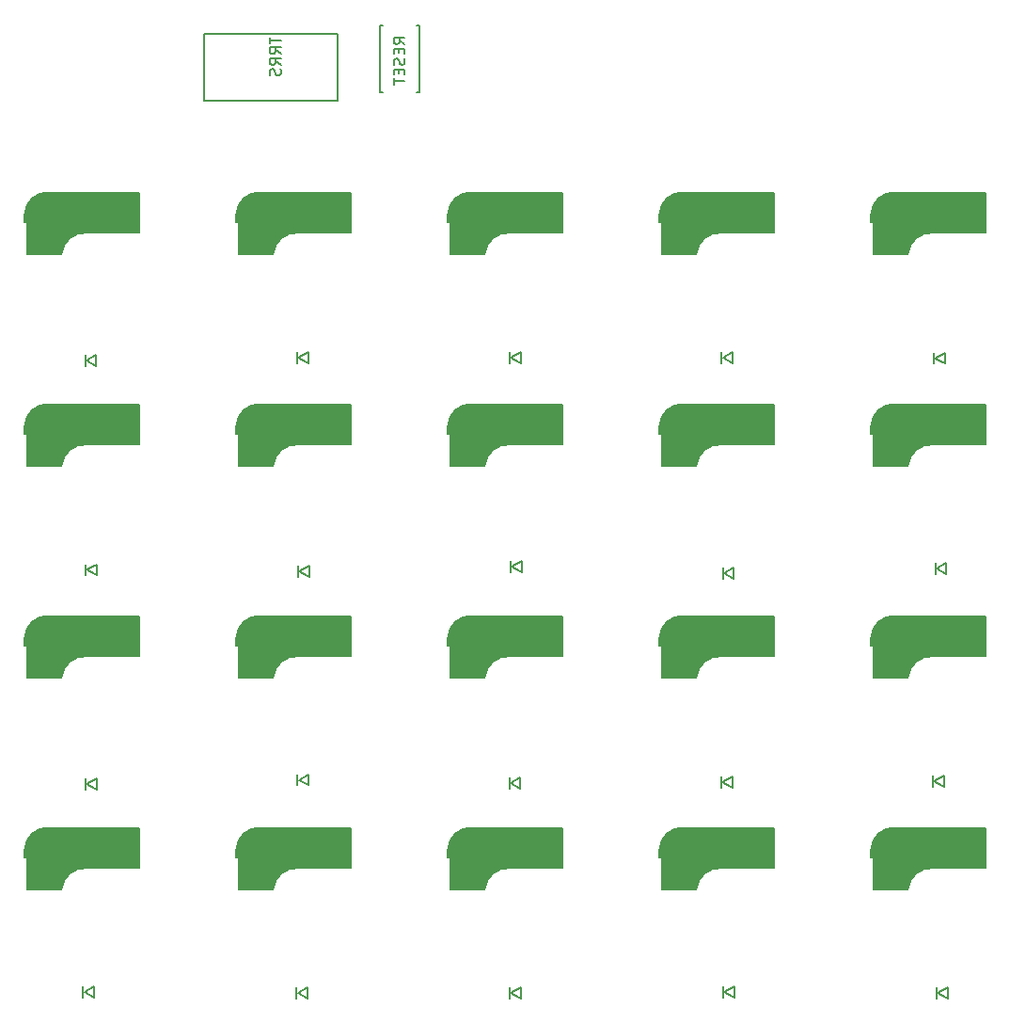
<source format=gbo>
%TF.GenerationSoftware,KiCad,Pcbnew,7.0.1-0*%
%TF.CreationDate,2023-08-16T18:46:33+09:00*%
%TF.ProjectId,jisaku20,6a697361-6b75-4323-902e-6b696361645f,rev?*%
%TF.SameCoordinates,Original*%
%TF.FileFunction,Legend,Bot*%
%TF.FilePolarity,Positive*%
%FSLAX46Y46*%
G04 Gerber Fmt 4.6, Leading zero omitted, Abs format (unit mm)*
G04 Created by KiCad (PCBNEW 7.0.1-0) date 2023-08-16 18:46:33*
%MOMM*%
%LPD*%
G01*
G04 APERTURE LIST*
%ADD10C,0.150000*%
%ADD11C,0.300000*%
%ADD12C,0.500000*%
%ADD13C,0.800000*%
%ADD14C,3.000000*%
%ADD15C,3.500000*%
%ADD16C,1.000000*%
%ADD17C,0.400000*%
G04 APERTURE END LIST*
D10*
%TO.C,J1*%
X16136119Y20556404D02*
X16136119Y19984976D01*
X17136119Y20270690D02*
X16136119Y20270690D01*
X17136119Y19080214D02*
X16659928Y19413547D01*
X17136119Y19651642D02*
X16136119Y19651642D01*
X16136119Y19651642D02*
X16136119Y19270690D01*
X16136119Y19270690D02*
X16183738Y19175452D01*
X16183738Y19175452D02*
X16231357Y19127833D01*
X16231357Y19127833D02*
X16326595Y19080214D01*
X16326595Y19080214D02*
X16469452Y19080214D01*
X16469452Y19080214D02*
X16564690Y19127833D01*
X16564690Y19127833D02*
X16612309Y19175452D01*
X16612309Y19175452D02*
X16659928Y19270690D01*
X16659928Y19270690D02*
X16659928Y19651642D01*
X17136119Y18080214D02*
X16659928Y18413547D01*
X17136119Y18651642D02*
X16136119Y18651642D01*
X16136119Y18651642D02*
X16136119Y18270690D01*
X16136119Y18270690D02*
X16183738Y18175452D01*
X16183738Y18175452D02*
X16231357Y18127833D01*
X16231357Y18127833D02*
X16326595Y18080214D01*
X16326595Y18080214D02*
X16469452Y18080214D01*
X16469452Y18080214D02*
X16564690Y18127833D01*
X16564690Y18127833D02*
X16612309Y18175452D01*
X16612309Y18175452D02*
X16659928Y18270690D01*
X16659928Y18270690D02*
X16659928Y18651642D01*
X17088500Y17699261D02*
X17136119Y17556404D01*
X17136119Y17556404D02*
X17136119Y17318309D01*
X17136119Y17318309D02*
X17088500Y17223071D01*
X17088500Y17223071D02*
X17040880Y17175452D01*
X17040880Y17175452D02*
X16945642Y17127833D01*
X16945642Y17127833D02*
X16850404Y17127833D01*
X16850404Y17127833D02*
X16755166Y17175452D01*
X16755166Y17175452D02*
X16707547Y17223071D01*
X16707547Y17223071D02*
X16659928Y17318309D01*
X16659928Y17318309D02*
X16612309Y17508785D01*
X16612309Y17508785D02*
X16564690Y17604023D01*
X16564690Y17604023D02*
X16517071Y17651642D01*
X16517071Y17651642D02*
X16421833Y17699261D01*
X16421833Y17699261D02*
X16326595Y17699261D01*
X16326595Y17699261D02*
X16231357Y17651642D01*
X16231357Y17651642D02*
X16183738Y17604023D01*
X16183738Y17604023D02*
X16136119Y17508785D01*
X16136119Y17508785D02*
X16136119Y17270690D01*
X16136119Y17270690D02*
X16183738Y17127833D01*
%TO.C,SW21*%
X28292619Y19955381D02*
X27816428Y20288714D01*
X28292619Y20526809D02*
X27292619Y20526809D01*
X27292619Y20526809D02*
X27292619Y20145857D01*
X27292619Y20145857D02*
X27340238Y20050619D01*
X27340238Y20050619D02*
X27387857Y20003000D01*
X27387857Y20003000D02*
X27483095Y19955381D01*
X27483095Y19955381D02*
X27625952Y19955381D01*
X27625952Y19955381D02*
X27721190Y20003000D01*
X27721190Y20003000D02*
X27768809Y20050619D01*
X27768809Y20050619D02*
X27816428Y20145857D01*
X27816428Y20145857D02*
X27816428Y20526809D01*
X27768809Y19526809D02*
X27768809Y19193476D01*
X28292619Y19050619D02*
X28292619Y19526809D01*
X28292619Y19526809D02*
X27292619Y19526809D01*
X27292619Y19526809D02*
X27292619Y19050619D01*
X28245000Y18669666D02*
X28292619Y18526809D01*
X28292619Y18526809D02*
X28292619Y18288714D01*
X28292619Y18288714D02*
X28245000Y18193476D01*
X28245000Y18193476D02*
X28197380Y18145857D01*
X28197380Y18145857D02*
X28102142Y18098238D01*
X28102142Y18098238D02*
X28006904Y18098238D01*
X28006904Y18098238D02*
X27911666Y18145857D01*
X27911666Y18145857D02*
X27864047Y18193476D01*
X27864047Y18193476D02*
X27816428Y18288714D01*
X27816428Y18288714D02*
X27768809Y18479190D01*
X27768809Y18479190D02*
X27721190Y18574428D01*
X27721190Y18574428D02*
X27673571Y18622047D01*
X27673571Y18622047D02*
X27578333Y18669666D01*
X27578333Y18669666D02*
X27483095Y18669666D01*
X27483095Y18669666D02*
X27387857Y18622047D01*
X27387857Y18622047D02*
X27340238Y18574428D01*
X27340238Y18574428D02*
X27292619Y18479190D01*
X27292619Y18479190D02*
X27292619Y18241095D01*
X27292619Y18241095D02*
X27340238Y18098238D01*
X27768809Y17669666D02*
X27768809Y17336333D01*
X28292619Y17193476D02*
X28292619Y17669666D01*
X28292619Y17669666D02*
X27292619Y17669666D01*
X27292619Y17669666D02*
X27292619Y17193476D01*
X27292619Y16907761D02*
X27292619Y16336333D01*
X28292619Y16622047D02*
X27292619Y16622047D01*
%TO.C,J1*%
X10260000Y14870000D02*
X10260000Y20870000D01*
X22260000Y14870000D02*
X10260000Y14870000D01*
X10260000Y20870000D02*
X22260000Y20870000D01*
X22260000Y20870000D02*
X22260000Y14870000D01*
%TO.C,SW15*%
X70300000Y-33400000D02*
X70300000Y-34150000D01*
X70300000Y-34150000D02*
X70500000Y-34150000D01*
D11*
X70400000Y-34050000D02*
X70400000Y-33400000D01*
D10*
X70550000Y-32550000D02*
X70550000Y-37000000D01*
X70550000Y-37000000D02*
X73580000Y-37000000D01*
D12*
X70750000Y-36800000D02*
X73200000Y-36800000D01*
D13*
X70900000Y-36500000D02*
X70900000Y-34700001D01*
D14*
X72030000Y-33000000D02*
X72030000Y-35240000D01*
D10*
X75800000Y-35100000D02*
X80600000Y-35100000D01*
D15*
X78800000Y-33300000D02*
X72100000Y-33300000D01*
D16*
X80100000Y-32100000D02*
X80100000Y-34600000D01*
D12*
X80400000Y-34850000D02*
X79100000Y-34800000D01*
D17*
X80450000Y-31700000D02*
X79200000Y-31700000D01*
D10*
X80580000Y-34100000D02*
X80580000Y-31850000D01*
X80600000Y-31500000D02*
X72399999Y-31500000D01*
X80600000Y-35100000D02*
X80600000Y-31500000D01*
X72399999Y-31499999D02*
G75*
G03*
X70300000Y-33400001I-100000J-1999999D01*
G01*
D16*
X75400000Y-34700000D02*
G75*
G03*
X73183682Y-36578529I-65001J-2169999D01*
G01*
D10*
X75800000Y-35100000D02*
G75*
G03*
X73583682Y-36978529I-65001J-2169999D01*
G01*
%TO.C,SW1*%
X-5900000Y4700000D02*
X-5900000Y3950000D01*
X-5900000Y3950000D02*
X-5700000Y3950000D01*
D11*
X-5800000Y4050000D02*
X-5800000Y4700000D01*
D10*
X-5650000Y5550000D02*
X-5650000Y1100000D01*
X-5650000Y1100000D02*
X-2620000Y1100000D01*
D12*
X-5450000Y1300000D02*
X-3000000Y1300000D01*
D13*
X-5300000Y1600000D02*
X-5300000Y3399999D01*
D14*
X-4170000Y5100000D02*
X-4170000Y2860000D01*
D10*
X-400000Y3000000D02*
X4400000Y3000000D01*
D15*
X2600000Y4800000D02*
X-4100000Y4800000D01*
D16*
X3900000Y6000000D02*
X3900000Y3500000D01*
D12*
X4200000Y3250000D02*
X2900000Y3300000D01*
D17*
X4250000Y6400000D02*
X3000000Y6400000D01*
D10*
X4380000Y4000000D02*
X4380000Y6250000D01*
X4400000Y6600000D02*
X-3800001Y6600000D01*
X4400000Y3000000D02*
X4400000Y6600000D01*
X-3800001Y6600001D02*
G75*
G03*
X-5900000Y4699999I-100000J-1999999D01*
G01*
D16*
X-800000Y3400000D02*
G75*
G03*
X-3016318Y1521471I-65001J-2169999D01*
G01*
D10*
X-400000Y3000000D02*
G75*
G03*
X-2616318Y1121471I-65001J-2169999D01*
G01*
%TO.C,SW14*%
X51250000Y-33400000D02*
X51250000Y-34150000D01*
X51250000Y-34150000D02*
X51450000Y-34150000D01*
D11*
X51350000Y-34050000D02*
X51350000Y-33400000D01*
D10*
X51500000Y-32550000D02*
X51500000Y-37000000D01*
X51500000Y-37000000D02*
X54530000Y-37000000D01*
D12*
X51700000Y-36800000D02*
X54150000Y-36800000D01*
D13*
X51850000Y-36500000D02*
X51850000Y-34700001D01*
D14*
X52980000Y-33000000D02*
X52980000Y-35240000D01*
D10*
X56750000Y-35100000D02*
X61550000Y-35100000D01*
D15*
X59750000Y-33300000D02*
X53050000Y-33300000D01*
D16*
X61050000Y-32100000D02*
X61050000Y-34600000D01*
D12*
X61350000Y-34850000D02*
X60050000Y-34800000D01*
D17*
X61400000Y-31700000D02*
X60150000Y-31700000D01*
D10*
X61530000Y-34100000D02*
X61530000Y-31850000D01*
X61550000Y-31500000D02*
X53349999Y-31500000D01*
X61550000Y-35100000D02*
X61550000Y-31500000D01*
X53349999Y-31499999D02*
G75*
G03*
X51250000Y-33400001I-100000J-1999999D01*
G01*
D16*
X56350000Y-34700000D02*
G75*
G03*
X54133682Y-36578529I-65001J-2169999D01*
G01*
D10*
X56750000Y-35100000D02*
G75*
G03*
X54533682Y-36978529I-65001J-2169999D01*
G01*
%TO.C,SW2*%
X13150000Y4700000D02*
X13150000Y3950000D01*
X13150000Y3950000D02*
X13350000Y3950000D01*
D11*
X13250000Y4050000D02*
X13250000Y4700000D01*
D10*
X13400000Y5550000D02*
X13400000Y1100000D01*
X13400000Y1100000D02*
X16430000Y1100000D01*
D12*
X13600000Y1300000D02*
X16050000Y1300000D01*
D13*
X13750000Y1600000D02*
X13750000Y3399999D01*
D14*
X14880000Y5100000D02*
X14880000Y2860000D01*
D10*
X18650000Y3000000D02*
X23450000Y3000000D01*
D15*
X21650000Y4800000D02*
X14950000Y4800000D01*
D16*
X22950000Y6000000D02*
X22950000Y3500000D01*
D12*
X23250000Y3250000D02*
X21950000Y3300000D01*
D17*
X23300000Y6400000D02*
X22050000Y6400000D01*
D10*
X23430000Y4000000D02*
X23430000Y6250000D01*
X23450000Y6600000D02*
X15249999Y6600000D01*
X23450000Y3000000D02*
X23450000Y6600000D01*
X15249999Y6600001D02*
G75*
G03*
X13150000Y4699999I-100000J-1999999D01*
G01*
D16*
X18250000Y3400000D02*
G75*
G03*
X16033682Y1521471I-65001J-2169999D01*
G01*
D10*
X18650000Y3000000D02*
G75*
G03*
X16433682Y1121471I-65001J-2169999D01*
G01*
%TO.C,SW17*%
X13150000Y-52450000D02*
X13150000Y-53200000D01*
X13150000Y-53200000D02*
X13350000Y-53200000D01*
D11*
X13250000Y-53100000D02*
X13250000Y-52450000D01*
D10*
X13400000Y-51600000D02*
X13400000Y-56050000D01*
X13400000Y-56050000D02*
X16430000Y-56050000D01*
D12*
X13600000Y-55850000D02*
X16050000Y-55850000D01*
D13*
X13750000Y-55550000D02*
X13750000Y-53750001D01*
D14*
X14880000Y-52050000D02*
X14880000Y-54290000D01*
D10*
X18650000Y-54150000D02*
X23450000Y-54150000D01*
D15*
X21650000Y-52350000D02*
X14950000Y-52350000D01*
D16*
X22950000Y-51150000D02*
X22950000Y-53650000D01*
D12*
X23250000Y-53900000D02*
X21950000Y-53850000D01*
D17*
X23300000Y-50750000D02*
X22050000Y-50750000D01*
D10*
X23430000Y-53150000D02*
X23430000Y-50900000D01*
X23450000Y-50550000D02*
X15249999Y-50550000D01*
X23450000Y-54150000D02*
X23450000Y-50550000D01*
X15249999Y-50549999D02*
G75*
G03*
X13150000Y-52450001I-100000J-1999999D01*
G01*
D16*
X18250000Y-53750000D02*
G75*
G03*
X16033682Y-55628529I-65001J-2169999D01*
G01*
D10*
X18650000Y-54150000D02*
G75*
G03*
X16433682Y-56028529I-65001J-2169999D01*
G01*
%TO.C,SW5*%
X70300000Y4700000D02*
X70300000Y3950000D01*
X70300000Y3950000D02*
X70500000Y3950000D01*
D11*
X70400000Y4050000D02*
X70400000Y4700000D01*
D10*
X70550000Y5550000D02*
X70550000Y1100000D01*
X70550000Y1100000D02*
X73580000Y1100000D01*
D12*
X70750000Y1300000D02*
X73200000Y1300000D01*
D13*
X70900000Y1600000D02*
X70900000Y3399999D01*
D14*
X72030000Y5100000D02*
X72030000Y2860000D01*
D10*
X75800000Y3000000D02*
X80600000Y3000000D01*
D15*
X78800000Y4800000D02*
X72100000Y4800000D01*
D16*
X80100000Y6000000D02*
X80100000Y3500000D01*
D12*
X80400000Y3250000D02*
X79100000Y3300000D01*
D17*
X80450000Y6400000D02*
X79200000Y6400000D01*
D10*
X80580000Y4000000D02*
X80580000Y6250000D01*
X80600000Y6600000D02*
X72399999Y6600000D01*
X80600000Y3000000D02*
X80600000Y6600000D01*
X72399999Y6600001D02*
G75*
G03*
X70300000Y4699999I-100000J-1999999D01*
G01*
D16*
X75400000Y3400000D02*
G75*
G03*
X73183682Y1521471I-65001J-2169999D01*
G01*
D10*
X75800000Y3000000D02*
G75*
G03*
X73583682Y1121471I-65001J-2169999D01*
G01*
%TO.C,SW7*%
X13150000Y-14350000D02*
X13150000Y-15100000D01*
X13150000Y-15100000D02*
X13350000Y-15100000D01*
D11*
X13250000Y-15000000D02*
X13250000Y-14350000D01*
D10*
X13400000Y-13500000D02*
X13400000Y-17950000D01*
X13400000Y-17950000D02*
X16430000Y-17950000D01*
D12*
X13600000Y-17750000D02*
X16050000Y-17750000D01*
D13*
X13750000Y-17450000D02*
X13750000Y-15650001D01*
D14*
X14880000Y-13950000D02*
X14880000Y-16190000D01*
D10*
X18650000Y-16050000D02*
X23450000Y-16050000D01*
D15*
X21650000Y-14250000D02*
X14950000Y-14250000D01*
D16*
X22950000Y-13050000D02*
X22950000Y-15550000D01*
D12*
X23250000Y-15800000D02*
X21950000Y-15750000D01*
D17*
X23300000Y-12650000D02*
X22050000Y-12650000D01*
D10*
X23430000Y-15050000D02*
X23430000Y-12800000D01*
X23450000Y-12450000D02*
X15249999Y-12450000D01*
X23450000Y-16050000D02*
X23450000Y-12450000D01*
X15249999Y-12449999D02*
G75*
G03*
X13150000Y-14350001I-100000J-1999999D01*
G01*
D16*
X18250000Y-15650000D02*
G75*
G03*
X16033682Y-17528529I-65001J-2169999D01*
G01*
D10*
X18650000Y-16050000D02*
G75*
G03*
X16433682Y-17928529I-65001J-2169999D01*
G01*
%TO.C,SW20*%
X70300000Y-52450000D02*
X70300000Y-53200000D01*
X70300000Y-53200000D02*
X70500000Y-53200000D01*
D11*
X70400000Y-53100000D02*
X70400000Y-52450000D01*
D10*
X70550000Y-51600000D02*
X70550000Y-56050000D01*
X70550000Y-56050000D02*
X73580000Y-56050000D01*
D12*
X70750000Y-55850000D02*
X73200000Y-55850000D01*
D13*
X70900000Y-55550000D02*
X70900000Y-53750001D01*
D14*
X72030000Y-52050000D02*
X72030000Y-54290000D01*
D10*
X75800000Y-54150000D02*
X80600000Y-54150000D01*
D15*
X78800000Y-52350000D02*
X72100000Y-52350000D01*
D16*
X80100000Y-51150000D02*
X80100000Y-53650000D01*
D12*
X80400000Y-53900000D02*
X79100000Y-53850000D01*
D17*
X80450000Y-50750000D02*
X79200000Y-50750000D01*
D10*
X80580000Y-53150000D02*
X80580000Y-50900000D01*
X80600000Y-50550000D02*
X72399999Y-50550000D01*
X80600000Y-54150000D02*
X80600000Y-50550000D01*
X72399999Y-50549999D02*
G75*
G03*
X70300000Y-52450001I-100000J-1999999D01*
G01*
D16*
X75400000Y-53750000D02*
G75*
G03*
X73183682Y-55628529I-65001J-2169999D01*
G01*
D10*
X75800000Y-54150000D02*
G75*
G03*
X73583682Y-56028529I-65001J-2169999D01*
G01*
%TO.C,SW8*%
X32200000Y-14350000D02*
X32200000Y-15100000D01*
X32200000Y-15100000D02*
X32400000Y-15100000D01*
D11*
X32300000Y-15000000D02*
X32300000Y-14350000D01*
D10*
X32450000Y-13500000D02*
X32450000Y-17950000D01*
X32450000Y-17950000D02*
X35480000Y-17950000D01*
D12*
X32650000Y-17750000D02*
X35100000Y-17750000D01*
D13*
X32800000Y-17450000D02*
X32800000Y-15650001D01*
D14*
X33930000Y-13950000D02*
X33930000Y-16190000D01*
D10*
X37700000Y-16050000D02*
X42500000Y-16050000D01*
D15*
X40700000Y-14250000D02*
X34000000Y-14250000D01*
D16*
X42000000Y-13050000D02*
X42000000Y-15550000D01*
D12*
X42300000Y-15800000D02*
X41000000Y-15750000D01*
D17*
X42350000Y-12650000D02*
X41100000Y-12650000D01*
D10*
X42480000Y-15050000D02*
X42480000Y-12800000D01*
X42500000Y-12450000D02*
X34299999Y-12450000D01*
X42500000Y-16050000D02*
X42500000Y-12450000D01*
X34299999Y-12449999D02*
G75*
G03*
X32200000Y-14350001I-100000J-1999999D01*
G01*
D16*
X37300000Y-15650000D02*
G75*
G03*
X35083682Y-17528529I-65001J-2169999D01*
G01*
D10*
X37700000Y-16050000D02*
G75*
G03*
X35483682Y-17928529I-65001J-2169999D01*
G01*
%TO.C,SW10*%
X70300000Y-14350000D02*
X70300000Y-15100000D01*
X70300000Y-15100000D02*
X70500000Y-15100000D01*
D11*
X70400000Y-15000000D02*
X70400000Y-14350000D01*
D10*
X70550000Y-13500000D02*
X70550000Y-17950000D01*
X70550000Y-17950000D02*
X73580000Y-17950000D01*
D12*
X70750000Y-17750000D02*
X73200000Y-17750000D01*
D13*
X70900000Y-17450000D02*
X70900000Y-15650001D01*
D14*
X72030000Y-13950000D02*
X72030000Y-16190000D01*
D10*
X75800000Y-16050000D02*
X80600000Y-16050000D01*
D15*
X78800000Y-14250000D02*
X72100000Y-14250000D01*
D16*
X80100000Y-13050000D02*
X80100000Y-15550000D01*
D12*
X80400000Y-15800000D02*
X79100000Y-15750000D01*
D17*
X80450000Y-12650000D02*
X79200000Y-12650000D01*
D10*
X80580000Y-15050000D02*
X80580000Y-12800000D01*
X80600000Y-12450000D02*
X72399999Y-12450000D01*
X80600000Y-16050000D02*
X80600000Y-12450000D01*
X72399999Y-12449999D02*
G75*
G03*
X70300000Y-14350001I-100000J-1999999D01*
G01*
D16*
X75400000Y-15650000D02*
G75*
G03*
X73183682Y-17528529I-65001J-2169999D01*
G01*
D10*
X75800000Y-16050000D02*
G75*
G03*
X73583682Y-17928529I-65001J-2169999D01*
G01*
%TO.C,SW3*%
X32200000Y4700000D02*
X32200000Y3950000D01*
X32200000Y3950000D02*
X32400000Y3950000D01*
D11*
X32300000Y4050000D02*
X32300000Y4700000D01*
D10*
X32450000Y5550000D02*
X32450000Y1100000D01*
X32450000Y1100000D02*
X35480000Y1100000D01*
D12*
X32650000Y1300000D02*
X35100000Y1300000D01*
D13*
X32800000Y1600000D02*
X32800000Y3399999D01*
D14*
X33930000Y5100000D02*
X33930000Y2860000D01*
D10*
X37700000Y3000000D02*
X42500000Y3000000D01*
D15*
X40700000Y4800000D02*
X34000000Y4800000D01*
D16*
X42000000Y6000000D02*
X42000000Y3500000D01*
D12*
X42300000Y3250000D02*
X41000000Y3300000D01*
D17*
X42350000Y6400000D02*
X41100000Y6400000D01*
D10*
X42480000Y4000000D02*
X42480000Y6250000D01*
X42500000Y6600000D02*
X34299999Y6600000D01*
X42500000Y3000000D02*
X42500000Y6600000D01*
X34299999Y6600001D02*
G75*
G03*
X32200000Y4699999I-100000J-1999999D01*
G01*
D16*
X37300000Y3400000D02*
G75*
G03*
X35083682Y1521471I-65001J-2169999D01*
G01*
D10*
X37700000Y3000000D02*
G75*
G03*
X35483682Y1121471I-65001J-2169999D01*
G01*
%TO.C,SW16*%
X-5900000Y-52450000D02*
X-5900000Y-53200000D01*
X-5900000Y-53200000D02*
X-5700000Y-53200000D01*
D11*
X-5800000Y-53100000D02*
X-5800000Y-52450000D01*
D10*
X-5650000Y-51600000D02*
X-5650000Y-56050000D01*
X-5650000Y-56050000D02*
X-2620000Y-56050000D01*
D12*
X-5450000Y-55850000D02*
X-3000000Y-55850000D01*
D13*
X-5300000Y-55550000D02*
X-5300000Y-53750001D01*
D14*
X-4170000Y-52050000D02*
X-4170000Y-54290000D01*
D10*
X-400000Y-54150000D02*
X4400000Y-54150000D01*
D15*
X2600000Y-52350000D02*
X-4100000Y-52350000D01*
D16*
X3900000Y-51150000D02*
X3900000Y-53650000D01*
D12*
X4200000Y-53900000D02*
X2900000Y-53850000D01*
D17*
X4250000Y-50750000D02*
X3000000Y-50750000D01*
D10*
X4380000Y-53150000D02*
X4380000Y-50900000D01*
X4400000Y-50550000D02*
X-3800001Y-50550000D01*
X4400000Y-54150000D02*
X4400000Y-50550000D01*
X-3800001Y-50549999D02*
G75*
G03*
X-5900000Y-52450001I-100000J-1999999D01*
G01*
D16*
X-800000Y-53750000D02*
G75*
G03*
X-3016318Y-55628529I-65001J-2169999D01*
G01*
D10*
X-400000Y-54150000D02*
G75*
G03*
X-2616318Y-56028529I-65001J-2169999D01*
G01*
%TO.C,SW18*%
X32200000Y-52450000D02*
X32200000Y-53200000D01*
X32200000Y-53200000D02*
X32400000Y-53200000D01*
D11*
X32300000Y-53100000D02*
X32300000Y-52450000D01*
D10*
X32450000Y-51600000D02*
X32450000Y-56050000D01*
X32450000Y-56050000D02*
X35480000Y-56050000D01*
D12*
X32650000Y-55850000D02*
X35100000Y-55850000D01*
D13*
X32800000Y-55550000D02*
X32800000Y-53750001D01*
D14*
X33930000Y-52050000D02*
X33930000Y-54290000D01*
D10*
X37700000Y-54150000D02*
X42500000Y-54150000D01*
D15*
X40700000Y-52350000D02*
X34000000Y-52350000D01*
D16*
X42000000Y-51150000D02*
X42000000Y-53650000D01*
D12*
X42300000Y-53900000D02*
X41000000Y-53850000D01*
D17*
X42350000Y-50750000D02*
X41100000Y-50750000D01*
D10*
X42480000Y-53150000D02*
X42480000Y-50900000D01*
X42500000Y-50550000D02*
X34299999Y-50550000D01*
X42500000Y-54150000D02*
X42500000Y-50550000D01*
X34299999Y-50549999D02*
G75*
G03*
X32200000Y-52450001I-100000J-1999999D01*
G01*
D16*
X37300000Y-53750000D02*
G75*
G03*
X35083682Y-55628529I-65001J-2169999D01*
G01*
D10*
X37700000Y-54150000D02*
G75*
G03*
X35483682Y-56028529I-65001J-2169999D01*
G01*
%TO.C,SW12*%
X13150000Y-33400000D02*
X13150000Y-34150000D01*
X13150000Y-34150000D02*
X13350000Y-34150000D01*
D11*
X13250000Y-34050000D02*
X13250000Y-33400000D01*
D10*
X13400000Y-32550000D02*
X13400000Y-37000000D01*
X13400000Y-37000000D02*
X16430000Y-37000000D01*
D12*
X13600000Y-36800000D02*
X16050000Y-36800000D01*
D13*
X13750000Y-36500000D02*
X13750000Y-34700001D01*
D14*
X14880000Y-33000000D02*
X14880000Y-35240000D01*
D10*
X18650000Y-35100000D02*
X23450000Y-35100000D01*
D15*
X21650000Y-33300000D02*
X14950000Y-33300000D01*
D16*
X22950000Y-32100000D02*
X22950000Y-34600000D01*
D12*
X23250000Y-34850000D02*
X21950000Y-34800000D01*
D17*
X23300000Y-31700000D02*
X22050000Y-31700000D01*
D10*
X23430000Y-34100000D02*
X23430000Y-31850000D01*
X23450000Y-31500000D02*
X15249999Y-31500000D01*
X23450000Y-35100000D02*
X23450000Y-31500000D01*
X15249999Y-31499999D02*
G75*
G03*
X13150000Y-33400001I-100000J-1999999D01*
G01*
D16*
X18250000Y-34700000D02*
G75*
G03*
X16033682Y-36578529I-65001J-2169999D01*
G01*
D10*
X18650000Y-35100000D02*
G75*
G03*
X16433682Y-36978529I-65001J-2169999D01*
G01*
%TO.C,SW9*%
X51250000Y-14350000D02*
X51250000Y-15100000D01*
X51250000Y-15100000D02*
X51450000Y-15100000D01*
D11*
X51350000Y-15000000D02*
X51350000Y-14350000D01*
D10*
X51500000Y-13500000D02*
X51500000Y-17950000D01*
X51500000Y-17950000D02*
X54530000Y-17950000D01*
D12*
X51700000Y-17750000D02*
X54150000Y-17750000D01*
D13*
X51850000Y-17450000D02*
X51850000Y-15650001D01*
D14*
X52980000Y-13950000D02*
X52980000Y-16190000D01*
D10*
X56750000Y-16050000D02*
X61550000Y-16050000D01*
D15*
X59750000Y-14250000D02*
X53050000Y-14250000D01*
D16*
X61050000Y-13050000D02*
X61050000Y-15550000D01*
D12*
X61350000Y-15800000D02*
X60050000Y-15750000D01*
D17*
X61400000Y-12650000D02*
X60150000Y-12650000D01*
D10*
X61530000Y-15050000D02*
X61530000Y-12800000D01*
X61550000Y-12450000D02*
X53349999Y-12450000D01*
X61550000Y-16050000D02*
X61550000Y-12450000D01*
X53349999Y-12449999D02*
G75*
G03*
X51250000Y-14350001I-100000J-1999999D01*
G01*
D16*
X56350000Y-15650000D02*
G75*
G03*
X54133682Y-17528529I-65001J-2169999D01*
G01*
D10*
X56750000Y-16050000D02*
G75*
G03*
X54533682Y-17928529I-65001J-2169999D01*
G01*
%TO.C,SW21*%
X29580000Y21630000D02*
X29580000Y15630000D01*
X29330000Y21630000D02*
X29580000Y21630000D01*
X26080000Y21630000D02*
X26330000Y21630000D01*
X29580000Y15630000D02*
X29330000Y15630000D01*
X26330000Y15630000D02*
X26080000Y15630000D01*
X26080000Y15630000D02*
X26080000Y21630000D01*
%TO.C,SW11*%
X-5900000Y-33400000D02*
X-5900000Y-34150000D01*
X-5900000Y-34150000D02*
X-5700000Y-34150000D01*
D11*
X-5800000Y-34050000D02*
X-5800000Y-33400000D01*
D10*
X-5650000Y-32550000D02*
X-5650000Y-37000000D01*
X-5650000Y-37000000D02*
X-2620000Y-37000000D01*
D12*
X-5450000Y-36800000D02*
X-3000000Y-36800000D01*
D13*
X-5300000Y-36500000D02*
X-5300000Y-34700001D01*
D14*
X-4170000Y-33000000D02*
X-4170000Y-35240000D01*
D10*
X-400000Y-35100000D02*
X4400000Y-35100000D01*
D15*
X2600000Y-33300000D02*
X-4100000Y-33300000D01*
D16*
X3900000Y-32100000D02*
X3900000Y-34600000D01*
D12*
X4200000Y-34850000D02*
X2900000Y-34800000D01*
D17*
X4250000Y-31700000D02*
X3000000Y-31700000D01*
D10*
X4380000Y-34100000D02*
X4380000Y-31850000D01*
X4400000Y-31500000D02*
X-3800001Y-31500000D01*
X4400000Y-35100000D02*
X4400000Y-31500000D01*
X-3800001Y-31499999D02*
G75*
G03*
X-5900000Y-33400001I-100000J-1999999D01*
G01*
D16*
X-800000Y-34700000D02*
G75*
G03*
X-3016318Y-36578529I-65001J-2169999D01*
G01*
D10*
X-400000Y-35100000D02*
G75*
G03*
X-2616318Y-36978529I-65001J-2169999D01*
G01*
%TO.C,SW6*%
X-5900000Y-14350000D02*
X-5900000Y-15100000D01*
X-5900000Y-15100000D02*
X-5700000Y-15100000D01*
D11*
X-5800000Y-15000000D02*
X-5800000Y-14350000D01*
D10*
X-5650000Y-13500000D02*
X-5650000Y-17950000D01*
X-5650000Y-17950000D02*
X-2620000Y-17950000D01*
D12*
X-5450000Y-17750000D02*
X-3000000Y-17750000D01*
D13*
X-5300000Y-17450000D02*
X-5300000Y-15650001D01*
D14*
X-4170000Y-13950000D02*
X-4170000Y-16190000D01*
D10*
X-400000Y-16050000D02*
X4400000Y-16050000D01*
D15*
X2600000Y-14250000D02*
X-4100000Y-14250000D01*
D16*
X3900000Y-13050000D02*
X3900000Y-15550000D01*
D12*
X4200000Y-15800000D02*
X2900000Y-15750000D01*
D17*
X4250000Y-12650000D02*
X3000000Y-12650000D01*
D10*
X4380000Y-15050000D02*
X4380000Y-12800000D01*
X4400000Y-12450000D02*
X-3800001Y-12450000D01*
X4400000Y-16050000D02*
X4400000Y-12450000D01*
X-3800001Y-12449999D02*
G75*
G03*
X-5900000Y-14350001I-100000J-1999999D01*
G01*
D16*
X-800000Y-15650000D02*
G75*
G03*
X-3016318Y-17528529I-65001J-2169999D01*
G01*
D10*
X-400000Y-16050000D02*
G75*
G03*
X-2616318Y-17928529I-65001J-2169999D01*
G01*
%TO.C,SW4*%
X51250000Y4700000D02*
X51250000Y3950000D01*
X51250000Y3950000D02*
X51450000Y3950000D01*
D11*
X51350000Y4050000D02*
X51350000Y4700000D01*
D10*
X51500000Y5550000D02*
X51500000Y1100000D01*
X51500000Y1100000D02*
X54530000Y1100000D01*
D12*
X51700000Y1300000D02*
X54150000Y1300000D01*
D13*
X51850000Y1600000D02*
X51850000Y3399999D01*
D14*
X52980000Y5100000D02*
X52980000Y2860000D01*
D10*
X56750000Y3000000D02*
X61550000Y3000000D01*
D15*
X59750000Y4800000D02*
X53050000Y4800000D01*
D16*
X61050000Y6000000D02*
X61050000Y3500000D01*
D12*
X61350000Y3250000D02*
X60050000Y3300000D01*
D17*
X61400000Y6400000D02*
X60150000Y6400000D01*
D10*
X61530000Y4000000D02*
X61530000Y6250000D01*
X61550000Y6600000D02*
X53349999Y6600000D01*
X61550000Y3000000D02*
X61550000Y6600000D01*
X53349999Y6600001D02*
G75*
G03*
X51250000Y4699999I-100000J-1999999D01*
G01*
D16*
X56350000Y3400000D02*
G75*
G03*
X54133682Y1521471I-65001J-2169999D01*
G01*
D10*
X56750000Y3000000D02*
G75*
G03*
X54533682Y1121471I-65001J-2169999D01*
G01*
%TO.C,SW13*%
X32200000Y-33400000D02*
X32200000Y-34150000D01*
X32200000Y-34150000D02*
X32400000Y-34150000D01*
D11*
X32300000Y-34050000D02*
X32300000Y-33400000D01*
D10*
X32450000Y-32550000D02*
X32450000Y-37000000D01*
X32450000Y-37000000D02*
X35480000Y-37000000D01*
D12*
X32650000Y-36800000D02*
X35100000Y-36800000D01*
D13*
X32800000Y-36500000D02*
X32800000Y-34700001D01*
D14*
X33930000Y-33000000D02*
X33930000Y-35240000D01*
D10*
X37700000Y-35100000D02*
X42500000Y-35100000D01*
D15*
X40700000Y-33300000D02*
X34000000Y-33300000D01*
D16*
X42000000Y-32100000D02*
X42000000Y-34600000D01*
D12*
X42300000Y-34850000D02*
X41000000Y-34800000D01*
D17*
X42350000Y-31700000D02*
X41100000Y-31700000D01*
D10*
X42480000Y-34100000D02*
X42480000Y-31850000D01*
X42500000Y-31500000D02*
X34299999Y-31500000D01*
X42500000Y-35100000D02*
X42500000Y-31500000D01*
X34299999Y-31499999D02*
G75*
G03*
X32200000Y-33400001I-100000J-1999999D01*
G01*
D16*
X37300000Y-34700000D02*
G75*
G03*
X35083682Y-36578529I-65001J-2169999D01*
G01*
D10*
X37700000Y-35100000D02*
G75*
G03*
X35483682Y-36978529I-65001J-2169999D01*
G01*
%TO.C,SW19*%
X51250000Y-52450000D02*
X51250000Y-53200000D01*
X51250000Y-53200000D02*
X51450000Y-53200000D01*
D11*
X51350000Y-53100000D02*
X51350000Y-52450000D01*
D10*
X51500000Y-51600000D02*
X51500000Y-56050000D01*
X51500000Y-56050000D02*
X54530000Y-56050000D01*
D12*
X51700000Y-55850000D02*
X54150000Y-55850000D01*
D13*
X51850000Y-55550000D02*
X51850000Y-53750001D01*
D14*
X52980000Y-52050000D02*
X52980000Y-54290000D01*
D10*
X56750000Y-54150000D02*
X61550000Y-54150000D01*
D15*
X59750000Y-52350000D02*
X53050000Y-52350000D01*
D16*
X61050000Y-51150000D02*
X61050000Y-53650000D01*
D12*
X61350000Y-53900000D02*
X60050000Y-53850000D01*
D17*
X61400000Y-50750000D02*
X60150000Y-50750000D01*
D10*
X61530000Y-53150000D02*
X61530000Y-50900000D01*
X61550000Y-50550000D02*
X53349999Y-50550000D01*
X61550000Y-54150000D02*
X61550000Y-50550000D01*
X53349999Y-50549999D02*
G75*
G03*
X51250000Y-52450001I-100000J-1999999D01*
G01*
D16*
X56350000Y-53750000D02*
G75*
G03*
X54133682Y-55628529I-65001J-2169999D01*
G01*
D10*
X56750000Y-54150000D02*
G75*
G03*
X54533682Y-56028529I-65001J-2169999D01*
G01*
%TO.C,D15*%
X75860000Y-46832500D02*
X75860000Y-45832500D01*
X75960000Y-46332500D02*
X76860000Y-46832500D01*
X76860000Y-45832500D02*
X75960000Y-46332500D01*
X76860000Y-46832500D02*
X76860000Y-45832500D01*
%TO.C,D11*%
X-430000Y-47140000D02*
X-430000Y-46140000D01*
X-330000Y-46640000D02*
X570000Y-47140000D01*
X570000Y-46140000D02*
X-330000Y-46640000D01*
X570000Y-47140000D02*
X570000Y-46140000D01*
%TO.C,D4*%
X56830000Y-8740000D02*
X56830000Y-7740000D01*
X56930000Y-8240000D02*
X57830000Y-8740000D01*
X57830000Y-7740000D02*
X56930000Y-8240000D01*
X57830000Y-8740000D02*
X57830000Y-7740000D01*
%TO.C,D6*%
X-450000Y-27840000D02*
X-450000Y-26840000D01*
X-350000Y-27340000D02*
X550000Y-27840000D01*
X550000Y-26840000D02*
X-350000Y-27340000D01*
X550000Y-27840000D02*
X550000Y-26840000D01*
%TO.C,D9*%
X56940000Y-28130000D02*
X56940000Y-27130000D01*
X57040000Y-27630000D02*
X57940000Y-28130000D01*
X57940000Y-27130000D02*
X57040000Y-27630000D01*
X57940000Y-28130000D02*
X57940000Y-27130000D01*
%TO.C,D8*%
X37810000Y-27550000D02*
X37810000Y-26550000D01*
X37910000Y-27050000D02*
X38810000Y-27550000D01*
X38810000Y-26550000D02*
X37910000Y-27050000D01*
X38810000Y-27550000D02*
X38810000Y-26550000D01*
%TO.C,D20*%
X76195000Y-65930000D02*
X76195000Y-64930000D01*
X76295000Y-65430000D02*
X77195000Y-65930000D01*
X77195000Y-64930000D02*
X76295000Y-65430000D01*
X77195000Y-65930000D02*
X77195000Y-64930000D01*
%TO.C,D17*%
X18561250Y-65930000D02*
X18561250Y-64930000D01*
X18661250Y-65430000D02*
X19561250Y-65930000D01*
X19561250Y-64930000D02*
X18661250Y-65430000D01*
X19561250Y-65930000D02*
X19561250Y-64930000D01*
%TO.C,D12*%
X18642500Y-46730000D02*
X18642500Y-45730000D01*
X18742500Y-46230000D02*
X19642500Y-46730000D01*
X19642500Y-45730000D02*
X18742500Y-46230000D01*
X19642500Y-46730000D02*
X19642500Y-45730000D01*
%TO.C,D10*%
X76070000Y-27695000D02*
X76070000Y-26695000D01*
X76170000Y-27195000D02*
X77070000Y-27695000D01*
X77070000Y-26695000D02*
X76170000Y-27195000D01*
X77070000Y-27695000D02*
X77070000Y-26695000D01*
%TO.C,D5*%
X75930000Y-8800000D02*
X75930000Y-7800000D01*
X76030000Y-8300000D02*
X76930000Y-8800000D01*
X76930000Y-7800000D02*
X76030000Y-8300000D01*
X76930000Y-8800000D02*
X76930000Y-7800000D01*
%TO.C,D13*%
X37715000Y-47037500D02*
X37715000Y-46037500D01*
X37815000Y-46537500D02*
X38715000Y-47037500D01*
X38715000Y-46037500D02*
X37815000Y-46537500D01*
X38715000Y-47037500D02*
X38715000Y-46037500D01*
%TO.C,D1*%
X-470000Y-9010000D02*
X-470000Y-8010000D01*
X-370000Y-8510000D02*
X530000Y-9010000D01*
X530000Y-8010000D02*
X-370000Y-8510000D01*
X530000Y-9010000D02*
X530000Y-8010000D01*
%TO.C,D14*%
X56787500Y-46935000D02*
X56787500Y-45935000D01*
X56887500Y-46435000D02*
X57787500Y-46935000D01*
X57787500Y-45935000D02*
X56887500Y-46435000D01*
X57787500Y-46935000D02*
X57787500Y-45935000D01*
%TO.C,D7*%
X18680000Y-27985000D02*
X18680000Y-26985000D01*
X18780000Y-27485000D02*
X19680000Y-27985000D01*
X19680000Y-26985000D02*
X18780000Y-27485000D01*
X19680000Y-27985000D02*
X19680000Y-26985000D01*
%TO.C,D3*%
X37730000Y-8740000D02*
X37730000Y-7740000D01*
X37830000Y-8240000D02*
X38730000Y-8740000D01*
X38730000Y-7740000D02*
X37830000Y-8240000D01*
X38730000Y-8740000D02*
X38730000Y-7740000D01*
%TO.C,D19*%
X56983750Y-65800000D02*
X56983750Y-64800000D01*
X57083750Y-65300000D02*
X57983750Y-65800000D01*
X57983750Y-64800000D02*
X57083750Y-65300000D01*
X57983750Y-65800000D02*
X57983750Y-64800000D01*
%TO.C,D18*%
X37772500Y-65930000D02*
X37772500Y-64930000D01*
X37872500Y-65430000D02*
X38772500Y-65930000D01*
X38772500Y-64930000D02*
X37872500Y-65430000D01*
X38772500Y-65930000D02*
X38772500Y-64930000D01*
%TO.C,D16*%
X-650000Y-65800000D02*
X-650000Y-64800000D01*
X-550000Y-65300000D02*
X350000Y-65800000D01*
X350000Y-64800000D02*
X-550000Y-65300000D01*
X350000Y-65800000D02*
X350000Y-64800000D01*
%TO.C,D2*%
X18630000Y-8740000D02*
X18630000Y-7740000D01*
X18730000Y-8240000D02*
X19630000Y-8740000D01*
X19630000Y-7740000D02*
X18730000Y-8240000D01*
X19630000Y-8740000D02*
X19630000Y-7740000D01*
%TD*%
M02*

</source>
